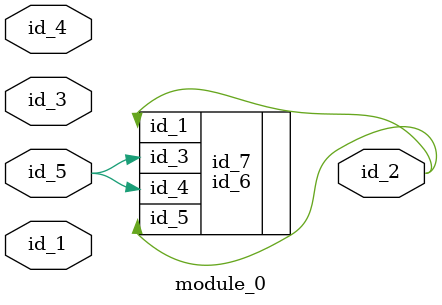
<source format=v>
module module_0 (
    id_1,
    id_2,
    id_3,
    id_4,
    id_5
);
  input id_5;
  input id_4;
  input id_3;
  output id_2;
  input id_1;
  id_6 id_7 (
      .id_5(id_2),
      .id_3(id_5),
      .id_4(id_5),
      .id_4(id_5),
      .id_1(id_2)
  );
endmodule

</source>
